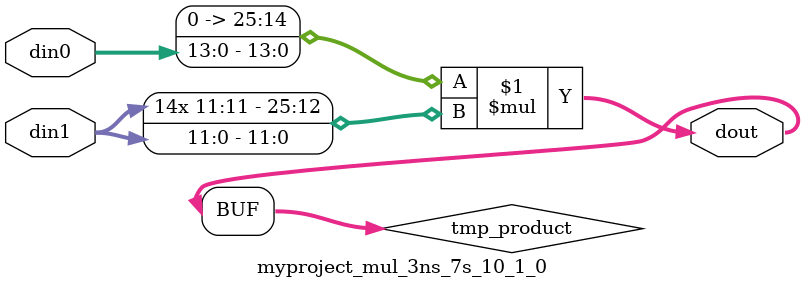
<source format=v>

`timescale 1 ns / 1 ps

  module myproject_mul_3ns_7s_10_1_0(din0, din1, dout);
parameter ID = 1;
parameter NUM_STAGE = 0;
parameter din0_WIDTH = 14;
parameter din1_WIDTH = 12;
parameter dout_WIDTH = 26;

input [din0_WIDTH - 1 : 0] din0; 
input [din1_WIDTH - 1 : 0] din1; 
output [dout_WIDTH - 1 : 0] dout;

wire signed [dout_WIDTH - 1 : 0] tmp_product;











assign tmp_product = $signed({1'b0, din0}) * $signed(din1);










assign dout = tmp_product;







endmodule

</source>
